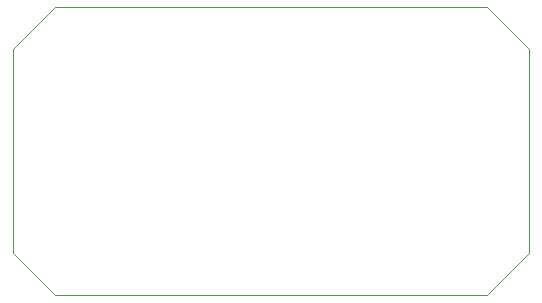
<source format=gbr>
%TF.GenerationSoftware,KiCad,Pcbnew,7.0.11+dfsg-1build4*%
%TF.CreationDate,2025-03-28T22:18:16-04:00*%
%TF.ProjectId,BadUSB,42616455-5342-42e6-9b69-6361645f7063,rev?*%
%TF.SameCoordinates,Original*%
%TF.FileFunction,Profile,NP*%
%FSLAX46Y46*%
G04 Gerber Fmt 4.6, Leading zero omitted, Abs format (unit mm)*
G04 Created by KiCad (PCBNEW 7.0.11+dfsg-1build4) date 2025-03-28 22:18:16*
%MOMM*%
%LPD*%
G01*
G04 APERTURE LIST*
%TA.AperFunction,Profile*%
%ADD10C,0.050000*%
%TD*%
G04 APERTURE END LIST*
D10*
X178816000Y-112776000D02*
X178816000Y-130048000D01*
X135128000Y-112776000D02*
X138684000Y-109220000D01*
X175260000Y-109220000D02*
X178816000Y-112776000D01*
X138684000Y-109220000D02*
X175260000Y-109220000D01*
X178816000Y-130048000D02*
X175260000Y-133604000D01*
X135128000Y-112776000D02*
X135128000Y-130048000D01*
X138684000Y-133604000D02*
X135128000Y-130048000D01*
X175260000Y-133604000D02*
X138684000Y-133604000D01*
M02*

</source>
